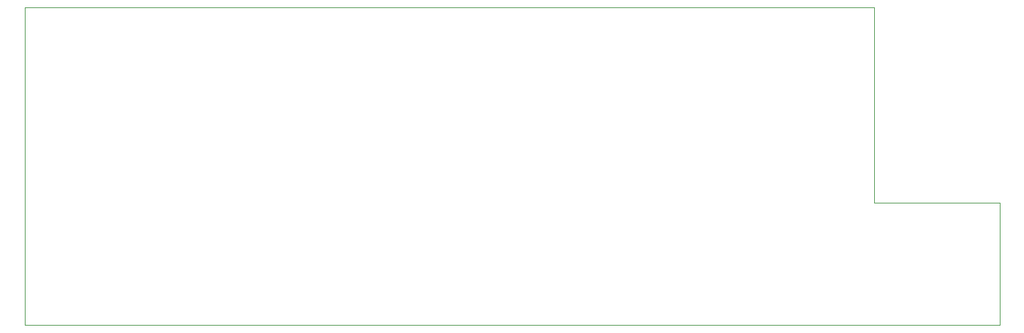
<source format=gbr>
%TF.GenerationSoftware,KiCad,Pcbnew,(6.0.9)*%
%TF.CreationDate,2022-12-27T14:58:47-08:00*%
%TF.ProjectId,esp32-poe-thermocouple-hat-prod-onboard,65737033-322d-4706-9f65-2d746865726d,rev?*%
%TF.SameCoordinates,Original*%
%TF.FileFunction,Profile,NP*%
%FSLAX46Y46*%
G04 Gerber Fmt 4.6, Leading zero omitted, Abs format (unit mm)*
G04 Created by KiCad (PCBNEW (6.0.9)) date 2022-12-27 14:58:47*
%MOMM*%
%LPD*%
G01*
G04 APERTURE LIST*
%TA.AperFunction,Profile*%
%ADD10C,0.050000*%
%TD*%
G04 APERTURE END LIST*
D10*
X209931100Y-125003600D02*
X209931100Y-109573600D01*
X209931100Y-109573600D02*
X194151100Y-109573600D01*
X194151100Y-109573600D02*
X194151100Y-85003600D01*
X194151100Y-85003600D02*
X87071100Y-85003600D01*
X87071100Y-85003600D02*
X87071100Y-125003600D01*
X87071100Y-125003600D02*
X209931100Y-125003600D01*
M02*

</source>
